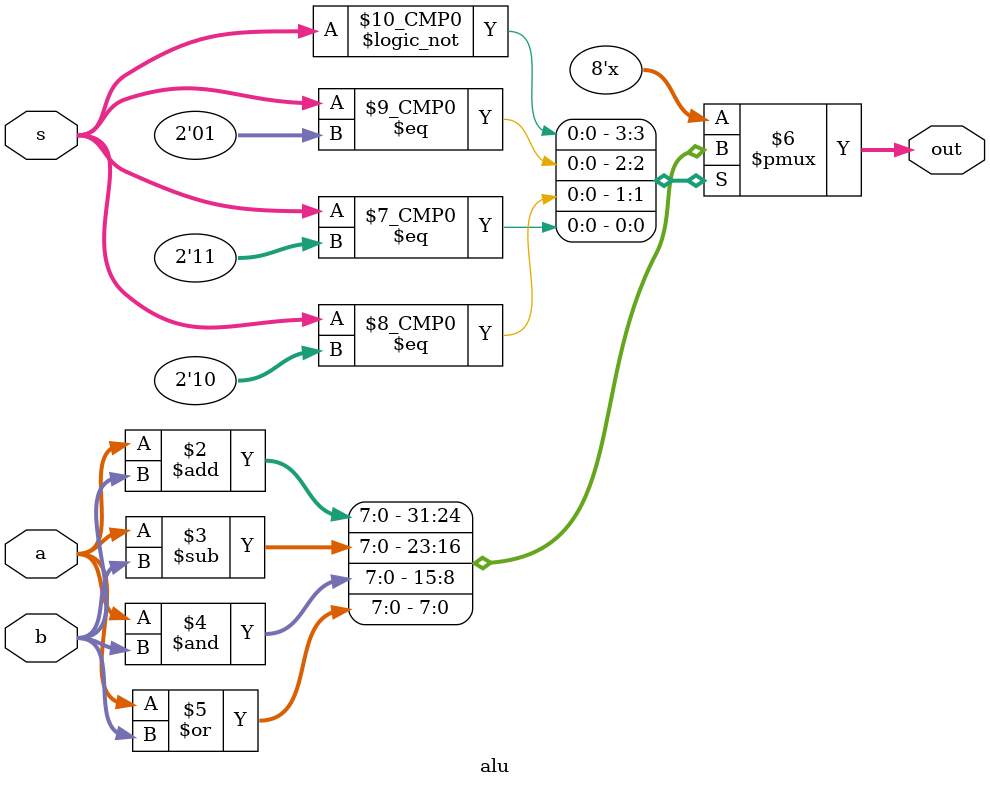
<source format=v>
module alu(a, b, s, out);
   input [7:0] a, b;
   input [1:0] s;
   output [7:0] out;

   wire [7:0]   a, b;
   wire [1:0]   s;
   reg [7:0]    out;

   always @(a, b, s) begin
	   case(s)
		   'b00: out = a + b;
		   'b01: out = a - b;
		   'b10: out = a & b;
		   'b11: out = a | b;
	   endcase
   end
endmodule

</source>
